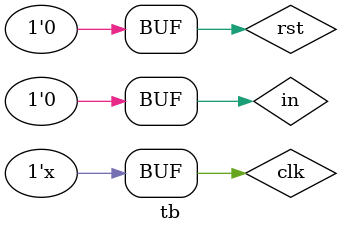
<source format=v>
module tb;
  reg in,rst,clk;
  wire out;
  
  mealy_seq dut(in,clk,rst,out);
  
  always #2 clk=~clk;
  
  initial begin
    clk=0;
    $monitor("%0t  in=%0d rst=%0d out=%0d",$time,in,rst,out);
    
    #4 in=0; rst=1;
    #4 in=1; rst=1;
    #4 in=0; rst=1;
    #4 in=0; rst=0;
    #4 in=1; rst=0;
    #4 in=1; rst=0;
    #4 in=0; rst=0;
    #4 in=0; rst=0;
    #4 in=1; rst=0;
    #4 in=1; rst=0;
    #4 in=0; rst=0;
    #4 in=0; rst=0;
    #4 in=1; rst=0;
    #4 in=0; rst=0;
    #4 in=0; rst=0;
  end
endmodule

</source>
